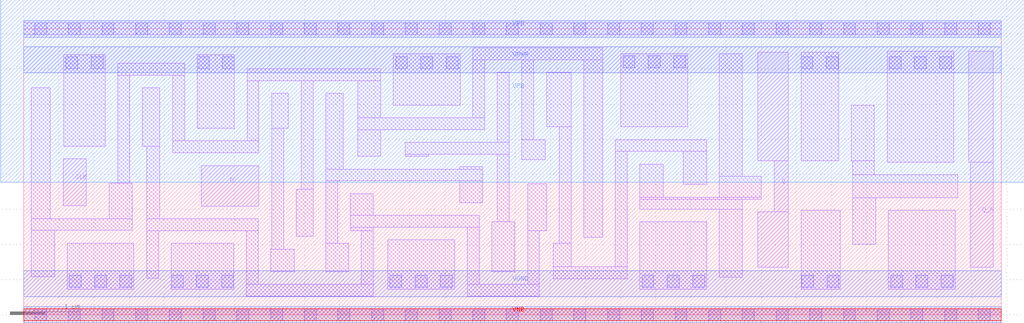
<source format=lef>
# Copyright 2020 The SkyWater PDK Authors
#
# Licensed under the Apache License, Version 2.0 (the "License");
# you may not use this file except in compliance with the License.
# You may obtain a copy of the License at
#
#     https://www.apache.org/licenses/LICENSE-2.0
#
# Unless required by applicable law or agreed to in writing, software
# distributed under the License is distributed on an "AS IS" BASIS,
# WITHOUT WARRANTIES OR CONDITIONS OF ANY KIND, either express or implied.
# See the License for the specific language governing permissions and
# limitations under the License.
#
# SPDX-License-Identifier: Apache-2.0

VERSION 5.7 ;
  NOWIREEXTENSIONATPIN ON ;
  DIVIDERCHAR "/" ;
  BUSBITCHARS "[]" ;
MACRO sky130_fd_sc_hvl__dfxbp_1
  CLASS CORE ;
  FOREIGN sky130_fd_sc_hvl__dfxbp_1 ;
  ORIGIN  0.000000  0.000000 ;
  SIZE  13.92000 BY  4.070000 ;
  SYMMETRY X Y ;
  SITE unithv ;
  PIN D
    ANTENNAGATEAREA  0.420000 ;
    DIRECTION INPUT ;
    USE SIGNAL ;
    PORT
      LAYER li1 ;
        RECT 2.525000 1.545000 3.350000 2.125000 ;
    END
  END D
  PIN Q
    ANTENNADIFFAREA  0.596250 ;
    DIRECTION OUTPUT ;
    USE SIGNAL ;
    PORT
      LAYER li1 ;
        RECT 10.455000 0.675000 10.890000 1.465000 ;
        RECT 10.455000 2.195000 10.890000 3.735000 ;
        RECT 10.685000 1.465000 10.890000 2.195000 ;
    END
  END Q
  PIN Q_N
    ANTENNADIFFAREA  0.626250 ;
    DIRECTION OUTPUT ;
    USE SIGNAL ;
    PORT
      LAYER li1 ;
        RECT 13.460000 2.175000 13.810000 3.755000 ;
        RECT 13.480000 0.675000 13.810000 2.175000 ;
    END
  END Q_N
  PIN CLK
    ANTENNAGATEAREA  0.585000 ;
    DIRECTION INPUT ;
    USE CLOCK ;
    PORT
      LAYER li1 ;
        RECT 0.560000 1.550000 0.890000 2.220000 ;
    END
  END CLK
  PIN VGND
    DIRECTION INOUT ;
    USE GROUND ;
    PORT
      LAYER met1 ;
        RECT 0.000000 0.255000 13.920000 0.625000 ;
    END
  END VGND
  PIN VNB
    DIRECTION INOUT ;
    USE GROUND ;
    PORT
      LAYER met1 ;
        RECT 0.000000 -0.115000 13.920000 0.115000 ;
      LAYER pwell ;
        RECT 0.000000 -0.085000 13.920000 0.085000 ;
    END
  END VNB
  PIN VPB
    DIRECTION INOUT ;
    USE POWER ;
    PORT
      LAYER met1 ;
        RECT 0.000000 3.955000 13.920000 4.185000 ;
      LAYER nwell ;
        RECT -0.330000 1.885000 14.250000 4.485000 ;
    END
  END VPB
  PIN VPWR
    DIRECTION INOUT ;
    USE POWER ;
    PORT
      LAYER met1 ;
        RECT 0.000000 3.445000 13.920000 3.815000 ;
    END
  END VPWR
  OBS
    LAYER li1 ;
      RECT  0.000000 -0.085000 13.920000 0.085000 ;
      RECT  0.000000  3.985000 13.920000 4.155000 ;
      RECT  0.110000  0.540000  0.440000 1.200000 ;
      RECT  0.110000  1.200000  1.545000 1.370000 ;
      RECT  0.110000  1.370000  0.380000 3.230000 ;
      RECT  0.570000  2.400000  1.160000 3.705000 ;
      RECT  0.620000  0.365000  1.570000 1.020000 ;
      RECT  1.215000  1.370000  1.545000 1.870000 ;
      RECT  1.340000  1.870000  1.510000 3.410000 ;
      RECT  1.340000  3.410000  2.290000 3.580000 ;
      RECT  1.690000  2.400000  1.940000 3.230000 ;
      RECT  1.750000  0.520000  1.920000 1.195000 ;
      RECT  1.750000  1.195000  3.340000 1.365000 ;
      RECT  1.750000  1.365000  1.940000 2.400000 ;
      RECT  2.100000  0.365000  2.990000 1.015000 ;
      RECT  2.120000  2.305000  3.350000 2.475000 ;
      RECT  2.120000  2.475000  2.290000 3.410000 ;
      RECT  2.470000  2.655000  3.000000 3.705000 ;
      RECT  3.170000  0.265000  4.980000 0.435000 ;
      RECT  3.170000  0.435000  3.340000 1.195000 ;
      RECT  3.180000  2.475000  3.350000 3.335000 ;
      RECT  3.180000  3.335000  5.085000 3.505000 ;
      RECT  3.520000  0.615000  3.850000 0.935000 ;
      RECT  3.530000  0.935000  3.700000 2.655000 ;
      RECT  3.530000  2.655000  3.770000 3.155000 ;
      RECT  3.880000  1.115000  4.120000 1.785000 ;
      RECT  3.950000  1.785000  4.120000 3.335000 ;
      RECT  4.300000  0.615000  4.630000 1.015000 ;
      RECT  4.300000  1.015000  4.470000 1.905000 ;
      RECT  4.300000  1.905000  6.540000 2.075000 ;
      RECT  4.300000  2.075000  4.550000 3.155000 ;
      RECT  4.650000  1.195000  4.980000 1.245000 ;
      RECT  4.650000  1.245000  6.485000 1.415000 ;
      RECT  4.650000  1.415000  4.980000 1.725000 ;
      RECT  4.755000  2.255000  5.085000 2.635000 ;
      RECT  4.755000  2.635000  6.565000 2.805000 ;
      RECT  4.755000  2.805000  5.085000 3.335000 ;
      RECT  4.810000  0.435000  4.980000 1.195000 ;
      RECT  5.185000  0.365000  6.135000 1.065000 ;
      RECT  5.265000  2.985000  6.215000 3.715000 ;
      RECT  5.435000  2.255000  5.765000 2.285000 ;
      RECT  5.435000  2.285000  6.915000 2.455000 ;
      RECT  6.210000  1.595000  6.540000 1.905000 ;
      RECT  6.210000  2.075000  6.540000 2.105000 ;
      RECT  6.315000  0.265000  7.345000 0.435000 ;
      RECT  6.315000  0.435000  6.485000 1.245000 ;
      RECT  6.395000  2.805000  6.565000 3.635000 ;
      RECT  6.395000  3.635000  8.245000 3.805000 ;
      RECT  6.665000  0.615000  6.995000 1.325000 ;
      RECT  6.745000  1.325000  6.915000 2.285000 ;
      RECT  6.745000  2.455000  6.915000 3.455000 ;
      RECT  7.095000  2.205000  7.425000 2.495000 ;
      RECT  7.095000  2.495000  7.265000 3.635000 ;
      RECT  7.175000  0.435000  7.345000 1.195000 ;
      RECT  7.175000  1.195000  7.445000 1.865000 ;
      RECT  7.445000  2.675000  7.795000 3.455000 ;
      RECT  7.540000  0.515000  8.595000 0.685000 ;
      RECT  7.540000  0.685000  7.795000 1.015000 ;
      RECT  7.625000  1.015000  7.795000 2.675000 ;
      RECT  7.975000  1.105000  8.245000 3.635000 ;
      RECT  8.425000  0.685000  8.595000 2.325000 ;
      RECT  8.425000  2.325000  9.725000 2.495000 ;
      RECT  8.505000  2.675000  9.455000 3.715000 ;
      RECT  8.775000  0.365000  9.725000 1.325000 ;
      RECT  8.775000  1.505000 10.235000 1.645000 ;
      RECT  8.775000  1.645000 10.505000 1.675000 ;
      RECT  8.775000  1.675000  9.105000 2.145000 ;
      RECT  9.395000  1.855000  9.725000 2.325000 ;
      RECT  9.905000  0.535000 10.235000 1.505000 ;
      RECT  9.905000  1.675000 10.505000 1.975000 ;
      RECT  9.905000  1.975000 10.235000 3.715000 ;
      RECT 11.070000  0.365000 11.625000 1.485000 ;
      RECT 11.070000  2.195000 11.605000 3.735000 ;
      RECT 11.785000  2.195000 12.115000 2.985000 ;
      RECT 11.805000  1.005000 12.135000 1.665000 ;
      RECT 11.805000  1.665000 13.300000 1.995000 ;
      RECT 11.805000  1.995000 12.115000 2.195000 ;
      RECT 12.295000  2.175000 13.245000 3.755000 ;
      RECT 12.315000  0.365000 13.265000 1.485000 ;
    LAYER mcon ;
      RECT  0.155000 -0.085000  0.325000 0.085000 ;
      RECT  0.155000  3.985000  0.325000 4.155000 ;
      RECT  0.600000  3.505000  0.770000 3.675000 ;
      RECT  0.635000 -0.085000  0.805000 0.085000 ;
      RECT  0.635000  3.985000  0.805000 4.155000 ;
      RECT  0.650000  0.395000  0.820000 0.565000 ;
      RECT  0.960000  3.505000  1.130000 3.675000 ;
      RECT  1.010000  0.395000  1.180000 0.565000 ;
      RECT  1.115000 -0.085000  1.285000 0.085000 ;
      RECT  1.115000  3.985000  1.285000 4.155000 ;
      RECT  1.370000  0.395000  1.540000 0.565000 ;
      RECT  1.595000 -0.085000  1.765000 0.085000 ;
      RECT  1.595000  3.985000  1.765000 4.155000 ;
      RECT  2.075000 -0.085000  2.245000 0.085000 ;
      RECT  2.075000  3.985000  2.245000 4.155000 ;
      RECT  2.100000  0.395000  2.270000 0.565000 ;
      RECT  2.460000  0.395000  2.630000 0.565000 ;
      RECT  2.470000  3.505000  2.640000 3.675000 ;
      RECT  2.555000 -0.085000  2.725000 0.085000 ;
      RECT  2.555000  3.985000  2.725000 4.155000 ;
      RECT  2.820000  0.395000  2.990000 0.565000 ;
      RECT  2.830000  3.505000  3.000000 3.675000 ;
      RECT  3.035000 -0.085000  3.205000 0.085000 ;
      RECT  3.035000  3.985000  3.205000 4.155000 ;
      RECT  3.515000 -0.085000  3.685000 0.085000 ;
      RECT  3.515000  3.985000  3.685000 4.155000 ;
      RECT  3.995000 -0.085000  4.165000 0.085000 ;
      RECT  3.995000  3.985000  4.165000 4.155000 ;
      RECT  4.475000 -0.085000  4.645000 0.085000 ;
      RECT  4.475000  3.985000  4.645000 4.155000 ;
      RECT  4.955000 -0.085000  5.125000 0.085000 ;
      RECT  4.955000  3.985000  5.125000 4.155000 ;
      RECT  5.215000  0.395000  5.385000 0.565000 ;
      RECT  5.295000  3.505000  5.465000 3.675000 ;
      RECT  5.435000 -0.085000  5.605000 0.085000 ;
      RECT  5.435000  3.985000  5.605000 4.155000 ;
      RECT  5.575000  0.395000  5.745000 0.565000 ;
      RECT  5.655000  3.505000  5.825000 3.675000 ;
      RECT  5.915000 -0.085000  6.085000 0.085000 ;
      RECT  5.915000  3.985000  6.085000 4.155000 ;
      RECT  5.935000  0.395000  6.105000 0.565000 ;
      RECT  6.015000  3.505000  6.185000 3.675000 ;
      RECT  6.395000 -0.085000  6.565000 0.085000 ;
      RECT  6.395000  3.985000  6.565000 4.155000 ;
      RECT  6.875000 -0.085000  7.045000 0.085000 ;
      RECT  6.875000  3.985000  7.045000 4.155000 ;
      RECT  7.355000 -0.085000  7.525000 0.085000 ;
      RECT  7.355000  3.985000  7.525000 4.155000 ;
      RECT  7.835000 -0.085000  8.005000 0.085000 ;
      RECT  7.835000  3.985000  8.005000 4.155000 ;
      RECT  8.315000 -0.085000  8.485000 0.085000 ;
      RECT  8.315000  3.985000  8.485000 4.155000 ;
      RECT  8.535000  3.515000  8.705000 3.685000 ;
      RECT  8.795000 -0.085000  8.965000 0.085000 ;
      RECT  8.795000  3.985000  8.965000 4.155000 ;
      RECT  8.805000  0.395000  8.975000 0.565000 ;
      RECT  8.895000  3.515000  9.065000 3.685000 ;
      RECT  9.165000  0.395000  9.335000 0.565000 ;
      RECT  9.255000  3.515000  9.425000 3.685000 ;
      RECT  9.275000 -0.085000  9.445000 0.085000 ;
      RECT  9.275000  3.985000  9.445000 4.155000 ;
      RECT  9.525000  0.395000  9.695000 0.565000 ;
      RECT  9.755000 -0.085000  9.925000 0.085000 ;
      RECT  9.755000  3.985000  9.925000 4.155000 ;
      RECT 10.235000 -0.085000 10.405000 0.085000 ;
      RECT 10.235000  3.985000 10.405000 4.155000 ;
      RECT 10.715000 -0.085000 10.885000 0.085000 ;
      RECT 10.715000  3.985000 10.885000 4.155000 ;
      RECT 11.070000  3.505000 11.240000 3.675000 ;
      RECT 11.080000  0.395000 11.250000 0.565000 ;
      RECT 11.195000 -0.085000 11.365000 0.085000 ;
      RECT 11.195000  3.985000 11.365000 4.155000 ;
      RECT 11.430000  3.505000 11.600000 3.675000 ;
      RECT 11.440000  0.395000 11.610000 0.565000 ;
      RECT 11.675000 -0.085000 11.845000 0.085000 ;
      RECT 11.675000  3.985000 11.845000 4.155000 ;
      RECT 12.155000 -0.085000 12.325000 0.085000 ;
      RECT 12.155000  3.985000 12.325000 4.155000 ;
      RECT 12.325000  3.505000 12.495000 3.675000 ;
      RECT 12.345000  0.395000 12.515000 0.565000 ;
      RECT 12.635000 -0.085000 12.805000 0.085000 ;
      RECT 12.635000  3.985000 12.805000 4.155000 ;
      RECT 12.685000  3.505000 12.855000 3.675000 ;
      RECT 12.705000  0.395000 12.875000 0.565000 ;
      RECT 13.045000  3.505000 13.215000 3.675000 ;
      RECT 13.065000  0.395000 13.235000 0.565000 ;
      RECT 13.115000 -0.085000 13.285000 0.085000 ;
      RECT 13.115000  3.985000 13.285000 4.155000 ;
      RECT 13.595000 -0.085000 13.765000 0.085000 ;
      RECT 13.595000  3.985000 13.765000 4.155000 ;
  END
END sky130_fd_sc_hvl__dfxbp_1
END LIBRARY

</source>
